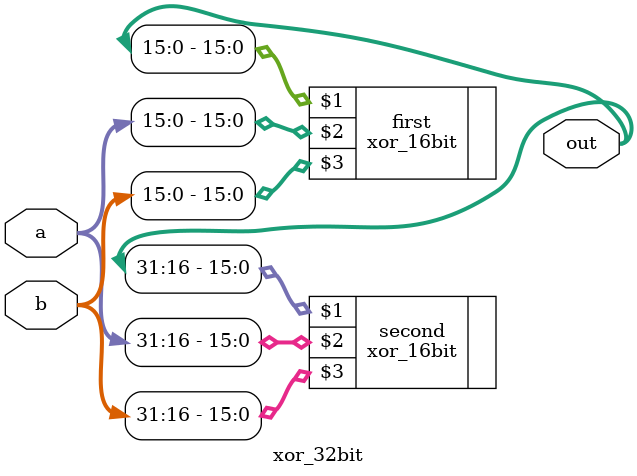
<source format=v>
module xor_32bit(output [31:0] out , input [31:0] a , input [31:0] b);
	xor_16bit first(out[15:0] , a[15:0] , b[15:0]);
	xor_16bit second(out[31:16] , a[31:16] , b[31:16]);
endmodule 

</source>
